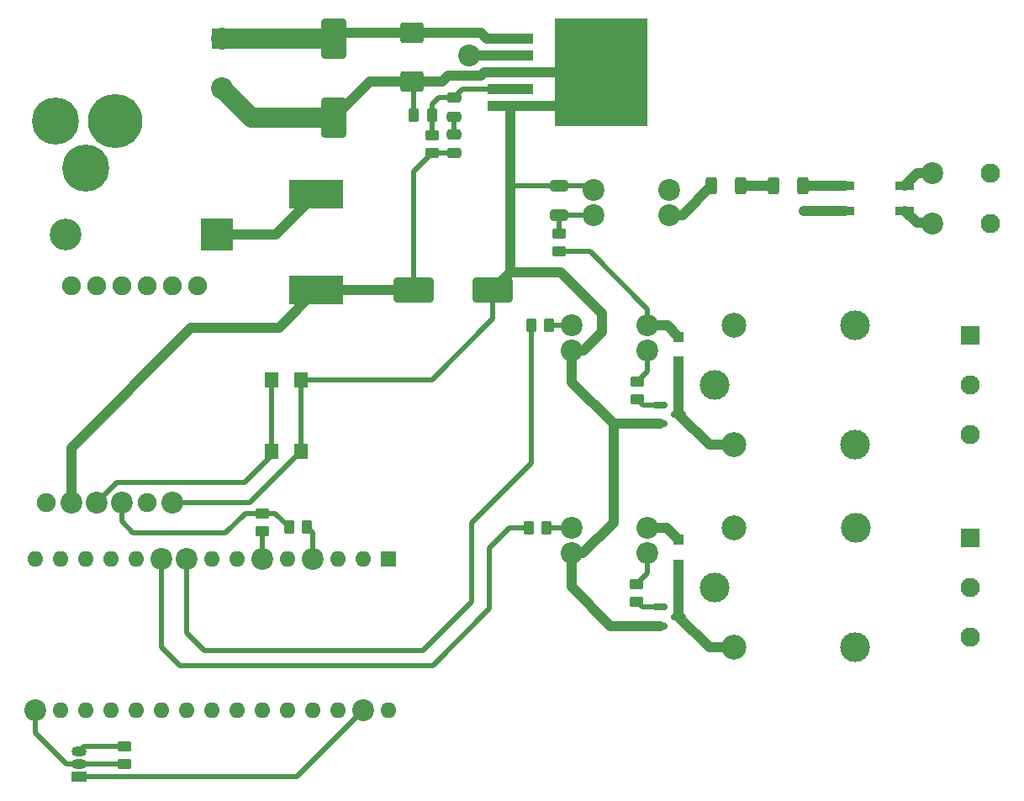
<source format=gtl>
G04 #@! TF.GenerationSoftware,KiCad,Pcbnew,(6.0.8)*
G04 #@! TF.CreationDate,2022-12-11T00:22:14+04:00*
G04 #@! TF.ProjectId,SIM800_NANO,53494d38-3030-45f4-9e41-4e4f2e6b6963,rev?*
G04 #@! TF.SameCoordinates,Original*
G04 #@! TF.FileFunction,Copper,L1,Top*
G04 #@! TF.FilePolarity,Positive*
%FSLAX46Y46*%
G04 Gerber Fmt 4.6, Leading zero omitted, Abs format (unit mm)*
G04 Created by KiCad (PCBNEW (6.0.8)) date 2022-12-11 00:22:14*
%MOMM*%
%LPD*%
G01*
G04 APERTURE LIST*
G04 Aperture macros list*
%AMRoundRect*
0 Rectangle with rounded corners*
0 $1 Rounding radius*
0 $2 $3 $4 $5 $6 $7 $8 $9 X,Y pos of 4 corners*
0 Add a 4 corners polygon primitive as box body*
4,1,4,$2,$3,$4,$5,$6,$7,$8,$9,$2,$3,0*
0 Add four circle primitives for the rounded corners*
1,1,$1+$1,$2,$3*
1,1,$1+$1,$4,$5*
1,1,$1+$1,$6,$7*
1,1,$1+$1,$8,$9*
0 Add four rect primitives between the rounded corners*
20,1,$1+$1,$2,$3,$4,$5,0*
20,1,$1+$1,$4,$5,$6,$7,0*
20,1,$1+$1,$6,$7,$8,$9,0*
20,1,$1+$1,$8,$9,$2,$3,0*%
G04 Aperture macros list end*
G04 #@! TA.AperFunction,SMDPad,CuDef*
%ADD10R,1.000000X1.000000*%
G04 #@! TD*
G04 #@! TA.AperFunction,SMDPad,CuDef*
%ADD11RoundRect,0.250000X-1.750000X-1.000000X1.750000X-1.000000X1.750000X1.000000X-1.750000X1.000000X0*%
G04 #@! TD*
G04 #@! TA.AperFunction,SMDPad,CuDef*
%ADD12RoundRect,0.250000X-0.925000X0.787500X-0.925000X-0.787500X0.925000X-0.787500X0.925000X0.787500X0*%
G04 #@! TD*
G04 #@! TA.AperFunction,SMDPad,CuDef*
%ADD13RoundRect,0.250000X0.450000X-0.262500X0.450000X0.262500X-0.450000X0.262500X-0.450000X-0.262500X0*%
G04 #@! TD*
G04 #@! TA.AperFunction,SMDPad,CuDef*
%ADD14RoundRect,0.250000X0.475000X-0.250000X0.475000X0.250000X-0.475000X0.250000X-0.475000X-0.250000X0*%
G04 #@! TD*
G04 #@! TA.AperFunction,ComponentPad*
%ADD15R,1.950000X1.950000*%
G04 #@! TD*
G04 #@! TA.AperFunction,ComponentPad*
%ADD16C,1.950000*%
G04 #@! TD*
G04 #@! TA.AperFunction,SMDPad,CuDef*
%ADD17RoundRect,0.250000X0.262500X0.450000X-0.262500X0.450000X-0.262500X-0.450000X0.262500X-0.450000X0*%
G04 #@! TD*
G04 #@! TA.AperFunction,ComponentPad*
%ADD18R,1.600000X1.600000*%
G04 #@! TD*
G04 #@! TA.AperFunction,ComponentPad*
%ADD19O,1.600000X1.600000*%
G04 #@! TD*
G04 #@! TA.AperFunction,SMDPad,CuDef*
%ADD20R,4.600000X1.100000*%
G04 #@! TD*
G04 #@! TA.AperFunction,SMDPad,CuDef*
%ADD21R,9.400000X10.800000*%
G04 #@! TD*
G04 #@! TA.AperFunction,ComponentPad*
%ADD22C,1.900000*%
G04 #@! TD*
G04 #@! TA.AperFunction,SMDPad,CuDef*
%ADD23RoundRect,0.250000X-1.000000X1.750000X-1.000000X-1.750000X1.000000X-1.750000X1.000000X1.750000X0*%
G04 #@! TD*
G04 #@! TA.AperFunction,ComponentPad*
%ADD24C,3.000000*%
G04 #@! TD*
G04 #@! TA.AperFunction,ComponentPad*
%ADD25C,2.500000*%
G04 #@! TD*
G04 #@! TA.AperFunction,ComponentPad*
%ADD26R,1.500000X1.050000*%
G04 #@! TD*
G04 #@! TA.AperFunction,ComponentPad*
%ADD27O,1.500000X1.050000*%
G04 #@! TD*
G04 #@! TA.AperFunction,SMDPad,CuDef*
%ADD28RoundRect,0.250000X-0.450000X0.262500X-0.450000X-0.262500X0.450000X-0.262500X0.450000X0.262500X0*%
G04 #@! TD*
G04 #@! TA.AperFunction,ComponentPad*
%ADD29R,2.000000X2.000000*%
G04 #@! TD*
G04 #@! TA.AperFunction,ComponentPad*
%ADD30C,2.000000*%
G04 #@! TD*
G04 #@! TA.AperFunction,SMDPad,CuDef*
%ADD31RoundRect,0.150000X-0.587500X-0.150000X0.587500X-0.150000X0.587500X0.150000X-0.587500X0.150000X0*%
G04 #@! TD*
G04 #@! TA.AperFunction,SMDPad,CuDef*
%ADD32RoundRect,0.250000X0.650000X-0.325000X0.650000X0.325000X-0.650000X0.325000X-0.650000X-0.325000X0*%
G04 #@! TD*
G04 #@! TA.AperFunction,SMDPad,CuDef*
%ADD33R,5.400000X2.900000*%
G04 #@! TD*
G04 #@! TA.AperFunction,SMDPad,CuDef*
%ADD34R,1.850000X0.950000*%
G04 #@! TD*
G04 #@! TA.AperFunction,SMDPad,CuDef*
%ADD35RoundRect,0.250000X-0.312500X-0.625000X0.312500X-0.625000X0.312500X0.625000X-0.312500X0.625000X0*%
G04 #@! TD*
G04 #@! TA.AperFunction,ComponentPad*
%ADD36R,3.200000X3.200000*%
G04 #@! TD*
G04 #@! TA.AperFunction,ComponentPad*
%ADD37O,3.200000X3.200000*%
G04 #@! TD*
G04 #@! TA.AperFunction,SMDPad,CuDef*
%ADD38R,1.400000X1.600000*%
G04 #@! TD*
G04 #@! TA.AperFunction,ComponentPad*
%ADD39C,5.460000*%
G04 #@! TD*
G04 #@! TA.AperFunction,ComponentPad*
%ADD40C,4.740000*%
G04 #@! TD*
G04 #@! TA.AperFunction,ViaPad*
%ADD41C,2.200000*%
G04 #@! TD*
G04 #@! TA.AperFunction,ViaPad*
%ADD42C,0.900000*%
G04 #@! TD*
G04 #@! TA.AperFunction,Conductor*
%ADD43C,0.500000*%
G04 #@! TD*
G04 #@! TA.AperFunction,Conductor*
%ADD44C,1.000000*%
G04 #@! TD*
G04 #@! TA.AperFunction,Conductor*
%ADD45C,2.000000*%
G04 #@! TD*
G04 #@! TA.AperFunction,Conductor*
%ADD46C,0.250000*%
G04 #@! TD*
G04 APERTURE END LIST*
D10*
X159187000Y-116065000D03*
X159187000Y-118565000D03*
D11*
X132520000Y-90930000D03*
X140520000Y-90930000D03*
D12*
X132370000Y-64987500D03*
X132370000Y-69912500D03*
D13*
X155015000Y-122353000D03*
X155015000Y-120528000D03*
D14*
X136610000Y-73460000D03*
X136610000Y-71560000D03*
D15*
X188630000Y-95462000D03*
D16*
X188630000Y-100462000D03*
X188630000Y-105462000D03*
D17*
X134362500Y-73350000D03*
X132537500Y-73350000D03*
D18*
X158275000Y-83350000D03*
D19*
X158275000Y-80810000D03*
X150655000Y-80810000D03*
X150655000Y-83350000D03*
D20*
X142310000Y-65600000D03*
X142310000Y-67300000D03*
X142310000Y-69000000D03*
D21*
X151460000Y-69000000D03*
D20*
X142310000Y-70700000D03*
X142310000Y-72400000D03*
D22*
X95500000Y-112350000D03*
X98040000Y-112350000D03*
X100580000Y-112350000D03*
X103120000Y-112350000D03*
X105660000Y-112350000D03*
X108200000Y-112350000D03*
X110740000Y-90480000D03*
X108200000Y-90480000D03*
X105660000Y-90480000D03*
X103120000Y-90480000D03*
X100580000Y-90480000D03*
X98040000Y-90480000D03*
D18*
X148460000Y-114890000D03*
D19*
X148460000Y-117430000D03*
X156080000Y-117430000D03*
X156080000Y-114890000D03*
D23*
X124470000Y-65600000D03*
X124470000Y-73600000D03*
D24*
X162827000Y-100462000D03*
D25*
X164777000Y-106512000D03*
D24*
X176977000Y-106512000D03*
X177027000Y-94462000D03*
D25*
X164777000Y-94512000D03*
D26*
X98800000Y-139950000D03*
D27*
X98800000Y-138680000D03*
X98800000Y-137410000D03*
D28*
X103400000Y-136887500D03*
X103400000Y-138712500D03*
D16*
X190620000Y-79190000D03*
X190620000Y-84190000D03*
D24*
X162837000Y-120865000D03*
D25*
X164787000Y-126915000D03*
D24*
X176987000Y-126915000D03*
X177037000Y-114865000D03*
D25*
X164787000Y-114915000D03*
D29*
X113200000Y-65607323D03*
D30*
X113200000Y-70607323D03*
D18*
X148475000Y-94505000D03*
D19*
X148475000Y-97045000D03*
X156095000Y-97045000D03*
X156095000Y-94505000D03*
D31*
X157324500Y-122865000D03*
X157324500Y-124765000D03*
X159199500Y-123815000D03*
D32*
X147180000Y-83375000D03*
X147180000Y-80425000D03*
D17*
X146192500Y-94490000D03*
X144367500Y-94490000D03*
X145952500Y-114890000D03*
X144127500Y-114890000D03*
D13*
X155077000Y-101937000D03*
X155077000Y-100112000D03*
X134360000Y-77152500D03*
X134360000Y-75327500D03*
D15*
X188615000Y-115865000D03*
D16*
X188615000Y-120865000D03*
X188615000Y-125865000D03*
D33*
X122750000Y-81250000D03*
X122750000Y-90950000D03*
D34*
X175947000Y-80437000D03*
X175947000Y-82937000D03*
X181997000Y-82937000D03*
X181997000Y-80437000D03*
D14*
X136610000Y-77160000D03*
X136610000Y-75260000D03*
D35*
X168787500Y-80450000D03*
X171712500Y-80450000D03*
D10*
X159227000Y-95655000D03*
X159227000Y-98155000D03*
D36*
X112745000Y-85350000D03*
D37*
X97505000Y-85350000D03*
D35*
X162537500Y-80450000D03*
X165462500Y-80450000D03*
D38*
X121200000Y-99950000D03*
X121200000Y-107150000D03*
X118200000Y-99950000D03*
X118200000Y-107150000D03*
D17*
X121792500Y-114780000D03*
X119967500Y-114780000D03*
D13*
X117280000Y-115232500D03*
X117280000Y-113407500D03*
D31*
X157364500Y-102487000D03*
X157364500Y-104387000D03*
X159239500Y-103437000D03*
D39*
X102500000Y-73915000D03*
D40*
X96500000Y-73915000D03*
X99500000Y-78615000D03*
D18*
X130000000Y-118000000D03*
D19*
X127460000Y-118000000D03*
X124920000Y-118000000D03*
X122380000Y-118000000D03*
X119840000Y-118000000D03*
X117300000Y-118000000D03*
X114760000Y-118000000D03*
X112220000Y-118000000D03*
X109680000Y-118000000D03*
X107140000Y-118000000D03*
X104600000Y-118000000D03*
X102060000Y-118000000D03*
X99520000Y-118000000D03*
X96980000Y-118000000D03*
X94440000Y-118000000D03*
X94440000Y-133240000D03*
X96980000Y-133240000D03*
X99520000Y-133240000D03*
X102060000Y-133240000D03*
X104600000Y-133240000D03*
X107140000Y-133240000D03*
X109680000Y-133240000D03*
X112220000Y-133240000D03*
X114760000Y-133240000D03*
X117300000Y-133240000D03*
X119840000Y-133240000D03*
X122380000Y-133240000D03*
X124920000Y-133240000D03*
X127460000Y-133240000D03*
X130000000Y-133240000D03*
D13*
X147200000Y-87052500D03*
X147200000Y-85227500D03*
D41*
X150655000Y-80810000D03*
X127460000Y-133240000D03*
X108200000Y-112350000D03*
X113200000Y-70607323D03*
X122380000Y-118000000D03*
X148460000Y-117430000D03*
X148475000Y-97045000D03*
X150655000Y-83350000D03*
X109680000Y-118000000D03*
X107140000Y-118000000D03*
X94440000Y-133240000D03*
X156080000Y-114890000D03*
X156102000Y-94512000D03*
X113200000Y-65607323D03*
X158275000Y-80810000D03*
D42*
X171810000Y-82940000D03*
D41*
X184750000Y-84200000D03*
X184742392Y-79187608D03*
X98040000Y-112350000D03*
X138150000Y-67300000D03*
X158275000Y-83350000D03*
X148475000Y-94505000D03*
X156095000Y-97045000D03*
X103120000Y-112350000D03*
X148460000Y-114890000D03*
X156080000Y-117430000D03*
X100580000Y-112350000D03*
X117300000Y-118000000D03*
D43*
X132537500Y-73350000D02*
X132537500Y-70080000D01*
D44*
X152377000Y-124765000D02*
X148460000Y-120848000D01*
D43*
X120750000Y-139950000D02*
X127460000Y-133240000D01*
D44*
X135427500Y-69912500D02*
X132370000Y-69912500D01*
D43*
X147180000Y-80425000D02*
X142575000Y-80425000D01*
X134380000Y-99950000D02*
X121200000Y-99950000D01*
D44*
X148460000Y-117430000D02*
X149591370Y-117430000D01*
X148475000Y-100195000D02*
X148475000Y-97045000D01*
X142310000Y-69000000D02*
X151460000Y-69000000D01*
X148460000Y-120848000D02*
X148460000Y-117430000D01*
X128157500Y-69912500D02*
X124470000Y-73600000D01*
X151530000Y-95121370D02*
X149606370Y-97045000D01*
X147370000Y-89140000D02*
X151530000Y-93300000D01*
X139650000Y-69000000D02*
X139300000Y-69350000D01*
X152667000Y-104387000D02*
X148475000Y-100195000D01*
X142310000Y-89140000D02*
X140520000Y-90930000D01*
D43*
X121200000Y-107150000D02*
X116000000Y-112350000D01*
D44*
X148060000Y-72400000D02*
X151460000Y-69000000D01*
X149606370Y-97045000D02*
X148475000Y-97045000D01*
D43*
X98800000Y-139950000D02*
X120750000Y-139950000D01*
D44*
X135990000Y-69350000D02*
X135427500Y-69912500D01*
X142310000Y-80160000D02*
X142310000Y-89140000D01*
D43*
X140520000Y-93810000D02*
X134380000Y-99950000D01*
D44*
X152652000Y-114369370D02*
X152652000Y-104402000D01*
D45*
X116192677Y-73600000D02*
X113200000Y-70607323D01*
D44*
X149591370Y-117430000D02*
X152652000Y-114369370D01*
X157364500Y-104387000D02*
X152667000Y-104387000D01*
D45*
X124470000Y-73600000D02*
X116192677Y-73600000D01*
D43*
X122380000Y-115367500D02*
X122380000Y-118000000D01*
D44*
X142310000Y-72400000D02*
X142310000Y-80160000D01*
D43*
X150270000Y-80425000D02*
X150655000Y-80810000D01*
D44*
X139300000Y-69350000D02*
X135990000Y-69350000D01*
D43*
X121200000Y-99950000D02*
X121200000Y-107150000D01*
X147180000Y-80425000D02*
X150270000Y-80425000D01*
D44*
X142310000Y-89140000D02*
X147370000Y-89140000D01*
X142310000Y-72400000D02*
X148060000Y-72400000D01*
X157324500Y-124765000D02*
X152377000Y-124765000D01*
D43*
X140520000Y-90930000D02*
X140520000Y-93810000D01*
D44*
X151530000Y-93300000D02*
X151530000Y-95121370D01*
D43*
X142575000Y-80425000D02*
X142310000Y-80160000D01*
X121792500Y-114780000D02*
X122380000Y-115367500D01*
X116000000Y-112350000D02*
X108200000Y-112350000D01*
D44*
X152652000Y-104402000D02*
X152667000Y-104387000D01*
X142310000Y-69000000D02*
X139650000Y-69000000D01*
D43*
X132537500Y-70080000D02*
X132370000Y-69912500D01*
D44*
X132370000Y-69912500D02*
X128157500Y-69912500D01*
D43*
X150630000Y-83375000D02*
X150655000Y-83350000D01*
X147180000Y-83375000D02*
X147180000Y-85207500D01*
X147180000Y-85207500D02*
X147200000Y-85227500D01*
X147180000Y-83375000D02*
X150630000Y-83375000D01*
X111450000Y-127200000D02*
X109680000Y-125430000D01*
X109680000Y-125430000D02*
X109680000Y-118000000D01*
X138400000Y-122300000D02*
X133500000Y-127200000D01*
X138400000Y-114350000D02*
X138400000Y-122300000D01*
X144367500Y-94490000D02*
X144367500Y-108382500D01*
X144367500Y-108382500D02*
X138400000Y-114350000D01*
X133500000Y-127200000D02*
X111450000Y-127200000D01*
X134450000Y-128750000D02*
X109000000Y-128750000D01*
X144127500Y-114890000D02*
X142197500Y-114890000D01*
X109000000Y-128750000D02*
X107140000Y-126890000D01*
X140150000Y-123050000D02*
X134450000Y-128750000D01*
X142197500Y-114890000D02*
X140150000Y-116937500D01*
X140150000Y-116937500D02*
X140150000Y-123050000D01*
X107140000Y-126890000D02*
X107140000Y-118000000D01*
X103367500Y-138680000D02*
X103400000Y-138712500D01*
X98800000Y-138680000D02*
X103367500Y-138680000D01*
X94440000Y-133240000D02*
X94440000Y-135570000D01*
X94440000Y-135570000D02*
X97550000Y-138680000D01*
X97550000Y-138680000D02*
X98800000Y-138680000D01*
X156095000Y-94505000D02*
X156095000Y-92865000D01*
D44*
X142310000Y-65600000D02*
X139900000Y-65600000D01*
X132382500Y-65000000D02*
X132370000Y-64987500D01*
X158012000Y-114890000D02*
X159187000Y-116065000D01*
X156095000Y-94505000D02*
X158077000Y-94505000D01*
D43*
X99322500Y-136887500D02*
X98800000Y-137410000D01*
D44*
X132370000Y-64987500D02*
X125082500Y-64987500D01*
X139900000Y-65600000D02*
X139300000Y-65000000D01*
D43*
X103400000Y-136887500D02*
X99322500Y-136887500D01*
D44*
X158077000Y-94505000D02*
X159227000Y-95655000D01*
D45*
X124462677Y-65607323D02*
X124470000Y-65600000D01*
D44*
X125082500Y-64987500D02*
X124470000Y-65600000D01*
D43*
X156095000Y-92865000D02*
X150282500Y-87052500D01*
D44*
X156080000Y-114890000D02*
X158012000Y-114890000D01*
D45*
X113200000Y-65607323D02*
X124462677Y-65607323D01*
D44*
X139300000Y-65000000D02*
X132382500Y-65000000D01*
D43*
X147200000Y-87052500D02*
X150282500Y-87052500D01*
D44*
X171712500Y-80450000D02*
X175934000Y-80450000D01*
X175934000Y-80450000D02*
X175947000Y-80437000D01*
X171813000Y-82937000D02*
X171810000Y-82940000D01*
X175947000Y-82937000D02*
X171813000Y-82937000D01*
X183247000Y-84187000D02*
X181997000Y-82937000D01*
X184750000Y-84200000D02*
X183247000Y-84187000D01*
X183247000Y-79187000D02*
X181997000Y-80437000D01*
X184742392Y-79187608D02*
X183247000Y-79187000D01*
D43*
X132520000Y-78992500D02*
X132520000Y-90930000D01*
X136610000Y-77160000D02*
X134367500Y-77160000D01*
D44*
X98040000Y-106810000D02*
X110100000Y-94750000D01*
X122770000Y-90930000D02*
X122750000Y-90950000D01*
X132520000Y-90930000D02*
X122770000Y-90930000D01*
D43*
X134367500Y-77160000D02*
X134360000Y-77152500D01*
D44*
X118950000Y-94750000D02*
X122750000Y-90950000D01*
X110100000Y-94750000D02*
X118950000Y-94750000D01*
X98040000Y-112350000D02*
X98040000Y-106810000D01*
D43*
X134360000Y-77152500D02*
X132520000Y-78992500D01*
X136610000Y-75260000D02*
X136610000Y-73460000D01*
X135100000Y-71550000D02*
X134362500Y-72187500D01*
X134362500Y-73350000D02*
X134362500Y-75325000D01*
X137470000Y-70700000D02*
X136610000Y-71560000D01*
X142310000Y-70700000D02*
X137470000Y-70700000D01*
X136610000Y-71560000D02*
X135100000Y-71550000D01*
X134362500Y-72187500D02*
X134362500Y-73350000D01*
X134362500Y-75325000D02*
X134360000Y-75327500D01*
D44*
X112745000Y-85350000D02*
X118650000Y-85350000D01*
X142310000Y-67300000D02*
X138150000Y-67300000D01*
X118650000Y-85350000D02*
X122750000Y-81250000D01*
X162314500Y-106512000D02*
X159239500Y-103437000D01*
X164777000Y-106512000D02*
X162314500Y-106512000D01*
X159227000Y-103424500D02*
X159239500Y-103437000D01*
X159227000Y-98155000D02*
X159227000Y-103424500D01*
X162299500Y-126915000D02*
X159199500Y-123815000D01*
X164787000Y-126915000D02*
X162299500Y-126915000D01*
X159199500Y-118577500D02*
X159187000Y-118565000D01*
X159199500Y-123815000D02*
X159199500Y-118577500D01*
D43*
X157364500Y-102487000D02*
X155627000Y-102487000D01*
X155627000Y-102487000D02*
X155077000Y-101937000D01*
X155527000Y-122865000D02*
X155015000Y-122353000D01*
X157324500Y-122865000D02*
X155527000Y-122865000D01*
D44*
X159637500Y-83350000D02*
X162537500Y-80450000D01*
X158275000Y-83350000D02*
X159637500Y-83350000D01*
X165462500Y-80450000D02*
X168787500Y-80450000D01*
D43*
X148475000Y-94505000D02*
X146207500Y-94505000D01*
X146207500Y-94505000D02*
X146192500Y-94490000D01*
X156095000Y-99094000D02*
X155077000Y-100112000D01*
X156095000Y-97045000D02*
X156095000Y-99094000D01*
X117280000Y-113407500D02*
X118595000Y-113407500D01*
X115572500Y-113407500D02*
X113600000Y-115380000D01*
X113600000Y-115380000D02*
X104240000Y-115380000D01*
X103130000Y-114180000D02*
X103120000Y-114140000D01*
X104240000Y-115380000D02*
X103130000Y-114180000D01*
X103120000Y-114140000D02*
X103120000Y-112350000D01*
X118595000Y-113407500D02*
X119967500Y-114780000D01*
X117280000Y-113407500D02*
X115572500Y-113407500D01*
X148460000Y-114890000D02*
X145952500Y-114890000D01*
X156080000Y-117430000D02*
X156080000Y-119463000D01*
X156080000Y-119463000D02*
X155015000Y-120528000D01*
X102630000Y-110300000D02*
X115500000Y-110300000D01*
X115500000Y-110300000D02*
X118200000Y-107600000D01*
X100580000Y-112350000D02*
X102630000Y-110300000D01*
X118200000Y-107600000D02*
X118200000Y-107150000D01*
X118200000Y-99950000D02*
X118200000Y-107150000D01*
X117300000Y-118000000D02*
X117300000Y-115252500D01*
D46*
X117300000Y-115252500D02*
X117280000Y-115232500D01*
M02*

</source>
